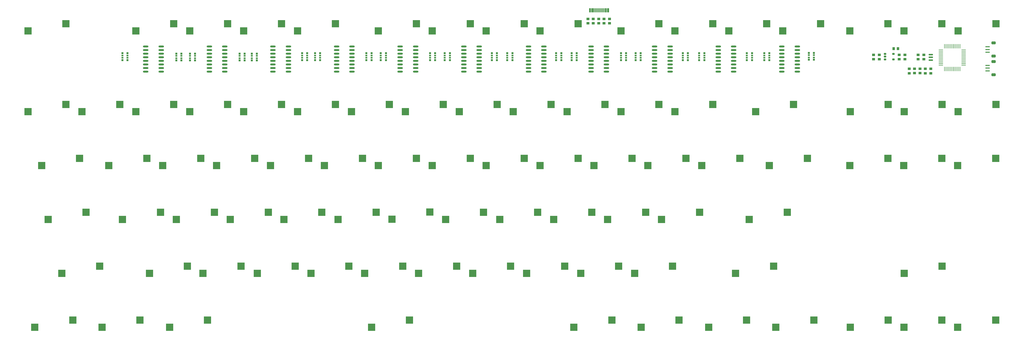
<source format=gbp>
G04*
G04 #@! TF.GenerationSoftware,Altium Limited,Altium Designer,20.0.1 (14)*
G04*
G04 Layer_Color=128*
%FSLAX24Y24*%
%MOIN*%
G70*
G01*
G75*
%ADD12R,0.0366X0.0386*%
%ADD21R,0.1004X0.1004*%
%ADD22R,0.0386X0.0366*%
%ADD23R,0.0315X0.0256*%
%ADD24R,0.0315X0.0197*%
%ADD25O,0.0098X0.0610*%
%ADD26O,0.0610X0.0098*%
G04:AMPARAMS|DCode=27|XSize=15.7mil|YSize=59.1mil|CornerRadius=3.9mil|HoleSize=0mil|Usage=FLASHONLY|Rotation=90.000|XOffset=0mil|YOffset=0mil|HoleType=Round|Shape=RoundedRectangle|*
%AMROUNDEDRECTD27*
21,1,0.0157,0.0512,0,0,90.0*
21,1,0.0079,0.0591,0,0,90.0*
1,1,0.0079,0.0256,0.0039*
1,1,0.0079,0.0256,-0.0039*
1,1,0.0079,-0.0256,-0.0039*
1,1,0.0079,-0.0256,0.0039*
%
%ADD27ROUNDEDRECTD27*%
G04:AMPARAMS|DCode=28|XSize=39.4mil|YSize=59.1mil|CornerRadius=9.8mil|HoleSize=0mil|Usage=FLASHONLY|Rotation=90.000|XOffset=0mil|YOffset=0mil|HoleType=Round|Shape=RoundedRectangle|*
%AMROUNDEDRECTD28*
21,1,0.0394,0.0394,0,0,90.0*
21,1,0.0197,0.0591,0,0,90.0*
1,1,0.0197,0.0197,0.0098*
1,1,0.0197,0.0197,-0.0098*
1,1,0.0197,-0.0197,-0.0098*
1,1,0.0197,-0.0197,0.0098*
%
%ADD28ROUNDEDRECTD28*%
G04:AMPARAMS|DCode=29|XSize=23.6mil|YSize=35mil|CornerRadius=5.9mil|HoleSize=0mil|Usage=FLASHONLY|Rotation=270.000|XOffset=0mil|YOffset=0mil|HoleType=Round|Shape=RoundedRectangle|*
%AMROUNDEDRECTD29*
21,1,0.0236,0.0232,0,0,270.0*
21,1,0.0118,0.0350,0,0,270.0*
1,1,0.0118,-0.0116,-0.0059*
1,1,0.0118,-0.0116,0.0059*
1,1,0.0118,0.0116,0.0059*
1,1,0.0118,0.0116,-0.0059*
%
%ADD29ROUNDEDRECTD29*%
%ADD30O,0.0776X0.0237*%
G04:AMPARAMS|DCode=31|XSize=59.1mil|YSize=11.8mil|CornerRadius=3mil|HoleSize=0mil|Usage=FLASHONLY|Rotation=270.000|XOffset=0mil|YOffset=0mil|HoleType=Round|Shape=RoundedRectangle|*
%AMROUNDEDRECTD31*
21,1,0.0591,0.0059,0,0,270.0*
21,1,0.0531,0.0118,0,0,270.0*
1,1,0.0059,-0.0030,-0.0266*
1,1,0.0059,-0.0030,0.0266*
1,1,0.0059,0.0030,0.0266*
1,1,0.0059,0.0030,-0.0266*
%
%ADD31ROUNDEDRECTD31*%
G04:AMPARAMS|DCode=32|XSize=21.7mil|YSize=57.1mil|CornerRadius=5.4mil|HoleSize=0mil|Usage=FLASHONLY|Rotation=270.000|XOffset=0mil|YOffset=0mil|HoleType=Round|Shape=RoundedRectangle|*
%AMROUNDEDRECTD32*
21,1,0.0217,0.0463,0,0,270.0*
21,1,0.0108,0.0571,0,0,270.0*
1,1,0.0108,-0.0231,-0.0054*
1,1,0.0108,-0.0231,0.0054*
1,1,0.0108,0.0231,0.0054*
1,1,0.0108,0.0231,-0.0054*
%
%ADD32ROUNDEDRECTD32*%
G04:AMPARAMS|DCode=33|XSize=21.7mil|YSize=57.1mil|CornerRadius=5.4mil|HoleSize=0mil|Usage=FLASHONLY|Rotation=270.000|XOffset=0mil|YOffset=0mil|HoleType=Round|Shape=RoundedRectangle|*
%AMROUNDEDRECTD33*
21,1,0.0217,0.0463,0,0,270.0*
21,1,0.0108,0.0571,0,0,270.0*
1,1,0.0108,-0.0231,-0.0054*
1,1,0.0108,-0.0231,0.0054*
1,1,0.0108,0.0231,0.0054*
1,1,0.0108,0.0231,-0.0054*
%
%ADD33ROUNDEDRECTD33*%
D12*
X121837Y40601D02*
D03*
X122444D02*
D03*
D21*
X136022Y2838D02*
D03*
X130746Y1838D02*
D03*
X128547Y2838D02*
D03*
X123271Y1838D02*
D03*
X121072Y2838D02*
D03*
X115796Y1838D02*
D03*
X110722Y2838D02*
D03*
X105446Y1838D02*
D03*
X101372Y2838D02*
D03*
X96096Y1838D02*
D03*
X86696Y1838D02*
D03*
X91972Y2838D02*
D03*
X77346Y1838D02*
D03*
X82622Y2838D02*
D03*
X21096Y1838D02*
D03*
X26372Y2838D02*
D03*
X11696Y1838D02*
D03*
X16972Y2838D02*
D03*
X2346Y1838D02*
D03*
X7622Y2838D02*
D03*
X105122Y10338D02*
D03*
X99846Y9338D02*
D03*
X85796D02*
D03*
X91072Y10338D02*
D03*
X78296Y9338D02*
D03*
X83572Y10338D02*
D03*
X70780Y9338D02*
D03*
X76056Y10338D02*
D03*
X63263Y9338D02*
D03*
X68539Y10338D02*
D03*
X55746Y9338D02*
D03*
X61022Y10338D02*
D03*
X48246Y9338D02*
D03*
X53522Y10338D02*
D03*
X40771Y9338D02*
D03*
X46047Y10338D02*
D03*
X33296Y9338D02*
D03*
X38572Y10338D02*
D03*
X25746Y9338D02*
D03*
X31022Y10338D02*
D03*
X18296Y9338D02*
D03*
X23572Y10338D02*
D03*
X6096Y9338D02*
D03*
X11372Y10338D02*
D03*
X107022Y17838D02*
D03*
X101746Y16838D02*
D03*
X89546Y16838D02*
D03*
X94822Y17838D02*
D03*
X82046Y16838D02*
D03*
X87322Y17838D02*
D03*
X74546Y16838D02*
D03*
X79822Y17838D02*
D03*
X67021Y16838D02*
D03*
X72297Y17838D02*
D03*
X59496Y16838D02*
D03*
X64772Y17838D02*
D03*
X52021Y16888D02*
D03*
X57297Y17888D02*
D03*
X44546Y16838D02*
D03*
X49822Y17838D02*
D03*
X36996Y16838D02*
D03*
X42272Y17838D02*
D03*
X29546Y16838D02*
D03*
X34822Y17838D02*
D03*
X22046Y16838D02*
D03*
X27322Y17838D02*
D03*
X14546Y16838D02*
D03*
X19822Y17838D02*
D03*
X4196Y16838D02*
D03*
X9472Y17838D02*
D03*
X136022Y25338D02*
D03*
X130746Y24338D02*
D03*
X128522Y25338D02*
D03*
X123246Y24338D02*
D03*
X121022Y25338D02*
D03*
X115746Y24338D02*
D03*
X109822Y25338D02*
D03*
X104546Y24338D02*
D03*
X50146Y24338D02*
D03*
X55422Y25338D02*
D03*
X42646Y24338D02*
D03*
X47922Y25338D02*
D03*
X35146Y24338D02*
D03*
X40422Y25338D02*
D03*
X27646Y24338D02*
D03*
X32922Y25338D02*
D03*
X20146Y24338D02*
D03*
X25422Y25338D02*
D03*
X12646Y24338D02*
D03*
X17922Y25338D02*
D03*
X3296Y24338D02*
D03*
X8572Y25338D02*
D03*
X61396Y31838D02*
D03*
X66672Y32838D02*
D03*
X53896Y31838D02*
D03*
X59172Y32838D02*
D03*
X46396Y31838D02*
D03*
X51672Y32838D02*
D03*
X38896Y31838D02*
D03*
X44172Y32838D02*
D03*
X31396Y31838D02*
D03*
X36672Y32838D02*
D03*
X23896Y31838D02*
D03*
X29172Y32838D02*
D03*
X16396Y31838D02*
D03*
X21672Y32838D02*
D03*
X8896Y31838D02*
D03*
X14172Y32838D02*
D03*
X1396Y31838D02*
D03*
X6672Y32838D02*
D03*
X136072Y44088D02*
D03*
X130796Y43088D02*
D03*
X128547Y44088D02*
D03*
X123271Y43088D02*
D03*
X121022Y44088D02*
D03*
X115746Y43088D02*
D03*
X111672Y44088D02*
D03*
X106396Y43088D02*
D03*
X104172Y44088D02*
D03*
X98896Y43088D02*
D03*
X96672Y44088D02*
D03*
X91396Y43088D02*
D03*
X89172Y44088D02*
D03*
X83896Y43088D02*
D03*
X77922Y44088D02*
D03*
X72646Y43088D02*
D03*
X70422Y44088D02*
D03*
X65146Y43088D02*
D03*
X62922Y44088D02*
D03*
X57646Y43088D02*
D03*
X55422Y44088D02*
D03*
X50146Y43088D02*
D03*
X44172Y44088D02*
D03*
X38896Y43088D02*
D03*
X36672Y44088D02*
D03*
X31396Y43088D02*
D03*
X29172Y44088D02*
D03*
X23896Y43088D02*
D03*
X21672Y44088D02*
D03*
X16396Y43088D02*
D03*
X6672Y44088D02*
D03*
X1396Y43088D02*
D03*
X54472Y2838D02*
D03*
X49196Y1838D02*
D03*
X62922Y25338D02*
D03*
X57646Y24338D02*
D03*
X70422Y25338D02*
D03*
X65146Y24338D02*
D03*
X96672Y32838D02*
D03*
X91396Y31838D02*
D03*
X100422Y25338D02*
D03*
X95146Y24338D02*
D03*
X92922Y25338D02*
D03*
X87646Y24338D02*
D03*
X81672Y32838D02*
D03*
X76396Y31838D02*
D03*
X128572Y10338D02*
D03*
X123296Y9338D02*
D03*
X89172Y32838D02*
D03*
X83896Y31838D02*
D03*
X74172Y32838D02*
D03*
X68896Y31838D02*
D03*
X85422Y25338D02*
D03*
X80146Y24338D02*
D03*
X77922Y25338D02*
D03*
X72646Y24338D02*
D03*
X107913Y32838D02*
D03*
X102637Y31838D02*
D03*
X121072Y32838D02*
D03*
X115796Y31838D02*
D03*
X128572Y32838D02*
D03*
X123296Y31838D02*
D03*
X136072Y32838D02*
D03*
X130796Y31838D02*
D03*
D22*
X81537Y44151D02*
D03*
Y44758D02*
D03*
X80037Y44758D02*
D03*
Y44151D02*
D03*
X119037Y39145D02*
D03*
Y39751D02*
D03*
X123387Y39751D02*
D03*
Y39145D02*
D03*
X122587Y39751D02*
D03*
Y39145D02*
D03*
X119837Y39145D02*
D03*
Y39751D02*
D03*
X126037Y39145D02*
D03*
Y39751D02*
D03*
X125237Y39758D02*
D03*
Y39151D02*
D03*
X80787Y44758D02*
D03*
Y44151D02*
D03*
X124737Y37198D02*
D03*
Y37805D02*
D03*
X125487Y37198D02*
D03*
Y37805D02*
D03*
X126237Y37195D02*
D03*
Y37801D02*
D03*
X126987Y37195D02*
D03*
Y37801D02*
D03*
X123987Y37195D02*
D03*
Y37801D02*
D03*
X82287Y44758D02*
D03*
Y44151D02*
D03*
X79287D02*
D03*
Y44758D02*
D03*
D23*
X22742Y38979D02*
D03*
Y39924D02*
D03*
X22033Y38979D02*
D03*
Y39924D02*
D03*
X68083Y39974D02*
D03*
Y39029D02*
D03*
X68792Y39974D02*
D03*
Y39029D02*
D03*
X14533Y39974D02*
D03*
Y39029D02*
D03*
X15242Y39974D02*
D03*
Y39029D02*
D03*
X23933Y39924D02*
D03*
Y38979D02*
D03*
X24642Y39924D02*
D03*
Y38979D02*
D03*
X31542Y38979D02*
D03*
Y39924D02*
D03*
X30833Y38979D02*
D03*
Y39924D02*
D03*
X40237Y39022D02*
D03*
Y39966D02*
D03*
X39529Y39022D02*
D03*
Y39966D02*
D03*
X32533Y39924D02*
D03*
Y38979D02*
D03*
X33242Y39924D02*
D03*
Y38979D02*
D03*
X41333Y39974D02*
D03*
Y39029D02*
D03*
X42042Y39974D02*
D03*
Y39029D02*
D03*
X49192D02*
D03*
Y39974D02*
D03*
X48483Y39029D02*
D03*
Y39974D02*
D03*
X58042Y39029D02*
D03*
Y39974D02*
D03*
X57333Y39029D02*
D03*
Y39974D02*
D03*
X50483Y39974D02*
D03*
Y39029D02*
D03*
X51192Y39974D02*
D03*
Y39029D02*
D03*
X75592Y39029D02*
D03*
Y39974D02*
D03*
X74883Y39029D02*
D03*
Y39974D02*
D03*
X59383Y39974D02*
D03*
Y39029D02*
D03*
X60092Y39974D02*
D03*
Y39029D02*
D03*
X66637Y39029D02*
D03*
Y39974D02*
D03*
X65929Y39029D02*
D03*
Y39974D02*
D03*
X84596Y39029D02*
D03*
Y39974D02*
D03*
X83887Y39029D02*
D03*
Y39974D02*
D03*
X77029Y39974D02*
D03*
Y39029D02*
D03*
X77737Y39974D02*
D03*
Y39029D02*
D03*
X93207Y39029D02*
D03*
Y39974D02*
D03*
X92498Y39029D02*
D03*
Y39974D02*
D03*
X85937Y39974D02*
D03*
Y39029D02*
D03*
X86646Y39974D02*
D03*
Y39029D02*
D03*
X94783Y39974D02*
D03*
Y39029D02*
D03*
X95492Y39974D02*
D03*
Y39029D02*
D03*
X102124Y39029D02*
D03*
Y39974D02*
D03*
X101416Y39029D02*
D03*
Y39974D02*
D03*
X103833Y39974D02*
D03*
Y39029D02*
D03*
X104542Y39974D02*
D03*
Y39029D02*
D03*
X110742Y39079D02*
D03*
Y40024D02*
D03*
X110033Y39079D02*
D03*
Y40024D02*
D03*
D24*
X22742Y39294D02*
D03*
Y39609D02*
D03*
X22033Y39294D02*
D03*
Y39609D02*
D03*
X68083Y39659D02*
D03*
Y39344D02*
D03*
X68792Y39659D02*
D03*
Y39344D02*
D03*
X14533Y39659D02*
D03*
Y39344D02*
D03*
X15242Y39659D02*
D03*
Y39344D02*
D03*
X23933Y39609D02*
D03*
Y39294D02*
D03*
X24642Y39609D02*
D03*
Y39294D02*
D03*
X31542Y39294D02*
D03*
Y39609D02*
D03*
X30833Y39294D02*
D03*
Y39609D02*
D03*
X40237Y39336D02*
D03*
Y39651D02*
D03*
X39529Y39336D02*
D03*
Y39651D02*
D03*
X32533Y39609D02*
D03*
Y39294D02*
D03*
X33242Y39609D02*
D03*
Y39294D02*
D03*
X41333Y39659D02*
D03*
Y39344D02*
D03*
X42042Y39659D02*
D03*
Y39344D02*
D03*
X49192D02*
D03*
Y39659D02*
D03*
X48483Y39344D02*
D03*
Y39659D02*
D03*
X58042Y39344D02*
D03*
Y39659D02*
D03*
X57333Y39344D02*
D03*
Y39659D02*
D03*
X50483Y39659D02*
D03*
Y39344D02*
D03*
X51192Y39659D02*
D03*
Y39344D02*
D03*
X75592Y39344D02*
D03*
Y39659D02*
D03*
X74883Y39344D02*
D03*
Y39659D02*
D03*
X59383Y39659D02*
D03*
Y39344D02*
D03*
X60092Y39659D02*
D03*
Y39344D02*
D03*
X66637Y39344D02*
D03*
Y39659D02*
D03*
X65929Y39344D02*
D03*
Y39659D02*
D03*
X84596Y39344D02*
D03*
Y39659D02*
D03*
X83887Y39344D02*
D03*
Y39659D02*
D03*
X77029Y39659D02*
D03*
Y39344D02*
D03*
X77737Y39659D02*
D03*
Y39344D02*
D03*
X93207Y39344D02*
D03*
Y39659D02*
D03*
X92498Y39344D02*
D03*
Y39659D02*
D03*
X85937Y39659D02*
D03*
Y39344D02*
D03*
X86646Y39659D02*
D03*
Y39344D02*
D03*
X94783Y39659D02*
D03*
Y39344D02*
D03*
X95492Y39659D02*
D03*
Y39344D02*
D03*
X102124Y39344D02*
D03*
Y39659D02*
D03*
X101416Y39344D02*
D03*
Y39659D02*
D03*
X103833Y39659D02*
D03*
Y39344D02*
D03*
X104542Y39659D02*
D03*
Y39344D02*
D03*
X110742Y39394D02*
D03*
Y39709D02*
D03*
X110033Y39394D02*
D03*
Y39709D02*
D03*
D25*
X128905Y37767D02*
D03*
X129102D02*
D03*
X129298D02*
D03*
X129495D02*
D03*
X129692D02*
D03*
X129889D02*
D03*
X130086D02*
D03*
X130283D02*
D03*
X130480D02*
D03*
X130676D02*
D03*
X130873D02*
D03*
X131070D02*
D03*
Y40936D02*
D03*
X130873D02*
D03*
X130676D02*
D03*
X130480D02*
D03*
X130283D02*
D03*
X130086D02*
D03*
X129889D02*
D03*
X129692D02*
D03*
X129495D02*
D03*
X129298D02*
D03*
X129102D02*
D03*
X128905D02*
D03*
D26*
X131572Y38269D02*
D03*
Y38466D02*
D03*
Y38662D02*
D03*
Y38859D02*
D03*
Y39056D02*
D03*
Y39253D02*
D03*
Y39450D02*
D03*
Y39647D02*
D03*
Y39844D02*
D03*
Y40040D02*
D03*
Y40237D02*
D03*
Y40434D02*
D03*
X128403D02*
D03*
Y40237D02*
D03*
Y40040D02*
D03*
Y39844D02*
D03*
Y39647D02*
D03*
Y39450D02*
D03*
Y39253D02*
D03*
Y39056D02*
D03*
Y38859D02*
D03*
Y38662D02*
D03*
Y38466D02*
D03*
Y38269D02*
D03*
D27*
X134887Y40495D02*
D03*
Y40889D02*
D03*
Y40101D02*
D03*
Y37901D02*
D03*
Y38295D02*
D03*
Y37508D02*
D03*
D28*
X135734Y39590D02*
D03*
Y41401D02*
D03*
Y36996D02*
D03*
Y38807D02*
D03*
D29*
X120647Y39875D02*
D03*
Y39501D02*
D03*
Y39127D02*
D03*
X121787D02*
D03*
Y39875D02*
D03*
D30*
X17772Y38401D02*
D03*
Y39901D02*
D03*
Y37401D02*
D03*
Y37901D02*
D03*
Y38901D02*
D03*
Y39401D02*
D03*
Y40401D02*
D03*
Y40901D02*
D03*
X19926Y38401D02*
D03*
Y39901D02*
D03*
Y37401D02*
D03*
Y37901D02*
D03*
Y38901D02*
D03*
Y39401D02*
D03*
Y40401D02*
D03*
Y40901D02*
D03*
X26622Y38401D02*
D03*
Y39901D02*
D03*
Y37401D02*
D03*
Y37901D02*
D03*
Y38901D02*
D03*
Y39401D02*
D03*
Y40401D02*
D03*
Y40901D02*
D03*
X28776Y38401D02*
D03*
Y39901D02*
D03*
Y37401D02*
D03*
Y37901D02*
D03*
Y38901D02*
D03*
Y39401D02*
D03*
Y40401D02*
D03*
Y40901D02*
D03*
X35472Y38401D02*
D03*
Y39901D02*
D03*
Y37401D02*
D03*
Y37901D02*
D03*
Y38901D02*
D03*
Y39401D02*
D03*
Y40401D02*
D03*
Y40901D02*
D03*
X37626Y38401D02*
D03*
Y39901D02*
D03*
Y37401D02*
D03*
Y37901D02*
D03*
Y38901D02*
D03*
Y39401D02*
D03*
Y40401D02*
D03*
Y40901D02*
D03*
X44322Y38401D02*
D03*
Y39901D02*
D03*
Y37401D02*
D03*
Y37901D02*
D03*
Y38901D02*
D03*
Y39401D02*
D03*
Y40401D02*
D03*
Y40901D02*
D03*
X46476Y38401D02*
D03*
Y39901D02*
D03*
Y37401D02*
D03*
Y37901D02*
D03*
Y38901D02*
D03*
Y39401D02*
D03*
Y40401D02*
D03*
Y40901D02*
D03*
X53172Y38401D02*
D03*
Y39901D02*
D03*
Y37401D02*
D03*
Y37901D02*
D03*
Y38901D02*
D03*
Y39401D02*
D03*
Y40401D02*
D03*
Y40901D02*
D03*
X55326Y38401D02*
D03*
Y39901D02*
D03*
Y37401D02*
D03*
Y37901D02*
D03*
Y38901D02*
D03*
Y39401D02*
D03*
Y40401D02*
D03*
Y40901D02*
D03*
X62022Y38401D02*
D03*
Y39901D02*
D03*
Y37401D02*
D03*
Y37901D02*
D03*
Y38901D02*
D03*
Y39401D02*
D03*
Y40401D02*
D03*
Y40901D02*
D03*
X64176Y38401D02*
D03*
Y39901D02*
D03*
Y37401D02*
D03*
Y37901D02*
D03*
Y38901D02*
D03*
Y39401D02*
D03*
Y40401D02*
D03*
Y40901D02*
D03*
X71022Y38401D02*
D03*
Y39901D02*
D03*
Y37401D02*
D03*
Y37901D02*
D03*
Y38901D02*
D03*
Y39401D02*
D03*
Y40401D02*
D03*
Y40901D02*
D03*
X73176Y38401D02*
D03*
Y39901D02*
D03*
Y37401D02*
D03*
Y37901D02*
D03*
Y38901D02*
D03*
Y39401D02*
D03*
Y40401D02*
D03*
Y40901D02*
D03*
X79722Y38401D02*
D03*
Y39901D02*
D03*
Y37401D02*
D03*
Y37901D02*
D03*
Y38901D02*
D03*
Y39401D02*
D03*
Y40401D02*
D03*
Y40901D02*
D03*
X81876Y38401D02*
D03*
Y39901D02*
D03*
Y37401D02*
D03*
Y37901D02*
D03*
Y38901D02*
D03*
Y39401D02*
D03*
Y40401D02*
D03*
Y40901D02*
D03*
X88572Y38401D02*
D03*
Y39901D02*
D03*
Y37401D02*
D03*
Y37901D02*
D03*
Y38901D02*
D03*
Y39401D02*
D03*
Y40401D02*
D03*
Y40901D02*
D03*
X90726Y38401D02*
D03*
Y39901D02*
D03*
Y37401D02*
D03*
Y37901D02*
D03*
Y38901D02*
D03*
Y39401D02*
D03*
Y40401D02*
D03*
Y40901D02*
D03*
X97422Y38401D02*
D03*
Y39901D02*
D03*
Y37401D02*
D03*
Y37901D02*
D03*
Y38901D02*
D03*
Y39401D02*
D03*
Y40401D02*
D03*
Y40901D02*
D03*
X99576Y38401D02*
D03*
Y39901D02*
D03*
Y37401D02*
D03*
Y37901D02*
D03*
Y38901D02*
D03*
Y39401D02*
D03*
Y40401D02*
D03*
Y40901D02*
D03*
X106272Y38401D02*
D03*
Y39901D02*
D03*
Y37401D02*
D03*
Y37901D02*
D03*
Y38901D02*
D03*
Y39401D02*
D03*
Y40401D02*
D03*
Y40901D02*
D03*
X108426Y38401D02*
D03*
Y39901D02*
D03*
Y37401D02*
D03*
Y37901D02*
D03*
Y38901D02*
D03*
Y39401D02*
D03*
Y40401D02*
D03*
Y40901D02*
D03*
D31*
X82156Y45959D02*
D03*
X82038D02*
D03*
X81841D02*
D03*
X81723D02*
D03*
X81526D02*
D03*
X81330D02*
D03*
X81133D02*
D03*
X80936D02*
D03*
X80739D02*
D03*
X80542D02*
D03*
X80345D02*
D03*
X80148D02*
D03*
X79952D02*
D03*
X79833D02*
D03*
X79637D02*
D03*
X79519D02*
D03*
D32*
X126987Y39027D02*
D03*
Y39401D02*
D03*
D33*
X126987Y39775D02*
D03*
M02*

</source>
